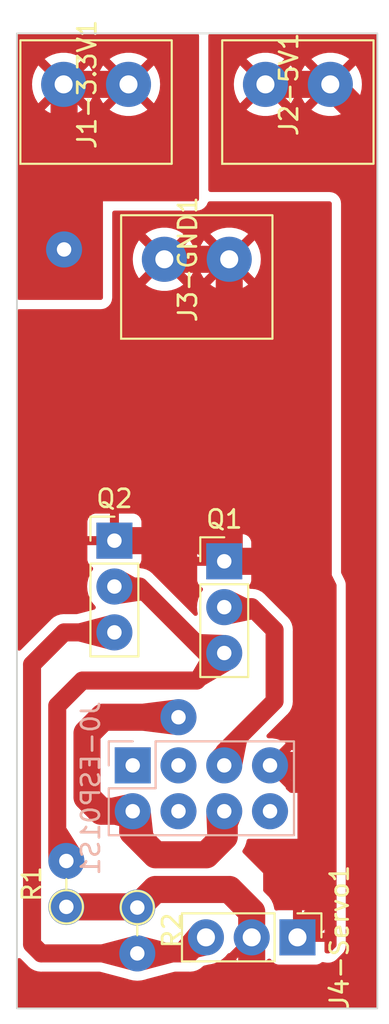
<source format=kicad_pcb>
(kicad_pcb (version 20221018) (generator pcbnew)
  (layers (0 "F.Cu" signal) (31 "B.Cu" signal) (34 "B.Paste" user) (35 "F.Paste" user) (36 "B.SilkS" user "B.Silkscreen") (37 "F.SilkS" user "F.Silkscreen") (38 "B.Mask" user) (39 "F.Mask" user) (44 "Edge.Cuts" user))
  (net 0 "")
  (net 1 "GND")
  (net 3 "D4-Servo")
  (net 6 "/ServoControl")
  (net 7 "3.3V")
  (net 8 "/LevelConverter_0")
  (net 10 "5V")
  (footprint "RustyRailways_Lib:01x02_TerminalBlock" (layer "F.Cu") (at 109.982 109.51 90)
    (fp_text reference "J3-GND1" (at 0 -0.5 90 unlocked) (layer "F.SilkS"))
    (fp_text value "Conn_01x02")
    (fp_rect (start -4.4 -4.2) (end 2.44 4.2) (stroke (width 0.12)) (fill none) (layer "F.SilkS"))
    (pad "1" thru_hole circle (at 0 -1.8 90) (size 2.5 2.5) (drill 1) (layers "*.Cu" "*.Mask") (net 1 "GND"))
    (pad "2" thru_hole circle (at 0 1.8 90) (size 2.5 2.5) (drill 1) (layers "*.Cu" "*.Mask") (net 1 "GND"))
  )
  (footprint "RustyRailways_Lib:01x02_TerminalBlock" (layer "F.Cu") (at 104.392 99.822 90)
    (fp_text reference "J1-3.3V1" (at 0 -0.5 90 unlocked) (layer "F.SilkS"))
    (fp_text value "Conn_01x02")
    (fp_rect (start -4.4 -4.2) (end 2.44 4.2) (stroke (width 0.12)) (fill none) (layer "F.SilkS"))
    (pad "1" thru_hole circle (at 0 -1.8 90) (size 2.5 2.5) (drill 1) (layers "*.Cu" "*.Mask") (net 7 "3.3V"))
    (pad "2" thru_hole circle (at 0 1.8 90) (size 2.5 2.5) (drill 1) (layers "*.Cu" "*.Mask") (net 7 "3.3V"))
  )
  (footprint "Connector_PinHeader_2.54mm:PinHeader_1x03_P2.54mm_Vertical" (layer "F.Cu") (at 115.57 147.066 -90)
    (fp_text reference "J4-Servo1" (at 0 -2.33 90) (layer "F.SilkS"))
    (fp_text value "Conn_01x03")
    (fp_line (start -1.33 -1.33) (end 0 -1.33) (stroke (width 0.12)) (layer "F.SilkS"))
    (fp_line (start -1.33 0) (end -1.33 -1.33) (stroke (width 0.12)) (layer "F.SilkS"))
    (fp_line (start -1.33 1.27) (end -1.33 6.41) (stroke (width 0.12)) (layer "F.SilkS"))
    (fp_line (start -1.33 1.27) (end 1.33 1.27) (stroke (width 0.12)) (layer "F.SilkS"))
    (fp_line (start -1.33 6.41) (end 1.33 6.41) (stroke (width 0.12)) (layer "F.SilkS"))
    (fp_line (start 1.33 1.27) (end 1.33 6.41) (stroke (width 0.12)) (layer "F.SilkS"))
    (pad "1" thru_hole rect (at 0 0 270) (size 2 2) (drill 1) (layers "*.Cu" "*.Mask") (net 1 "GND"))
    (pad "2" thru_hole circle (at 0 2.54 270) (size 2 2) (drill 1) (layers "*.Cu" "*.Mask") (net 10 "5V"))
    (pad "3" thru_hole circle (at 0 5.08 270) (size 2 2) (drill 1) (layers "*.Cu" "*.Mask") (net 6 "/ServoControl"))
  )
  (footprint "Connector_PinHeader_2.54mm:PinHeader_1x03_P2.54mm_Vertical" (layer "F.Cu") (at 105.41 125.095)
    (fp_text reference "Q2" (at 0 -2.33) (layer "F.SilkS"))
    (fp_text value "Q_NMOS_SGD")
    (fp_line (start -1.33 -1.33) (end 0 -1.33) (stroke (width 0.12)) (layer "F.SilkS"))
    (fp_line (start -1.33 0) (end -1.33 -1.33) (stroke (width 0.12)) (layer "F.SilkS"))
    (fp_line (start -1.33 1.27) (end -1.33 6.41) (stroke (width 0.12)) (layer "F.SilkS"))
    (fp_line (start -1.33 1.27) (end 1.33 1.27) (stroke (width 0.12)) (layer "F.SilkS"))
    (fp_line (start -1.33 6.41) (end 1.33 6.41) (stroke (width 0.12)) (layer "F.SilkS"))
    (fp_line (start 1.33 1.27) (end 1.33 6.41) (stroke (width 0.12)) (layer "F.SilkS"))
    (pad "1" thru_hole rect (at 0 0) (size 2 2) (drill 0.8) (layers "*.Cu" "*.Mask") (net 1 "GND"))
    (pad "2" thru_hole circle (at 0 2.54) (size 2 2) (drill 0.8) (layers "*.Cu" "*.Mask") (net 8 "/LevelConverter_0"))
    (pad "3" thru_hole circle (at 0 5.08) (size 2 2) (drill 0.8) (layers "*.Cu" "*.Mask") (net 6 "/ServoControl"))
  )
  (footprint "Resistor_THT:R_Axial_DIN0204_L3.6mm_D1.6mm_P2.54mm_Vertical" (layer "F.Cu") (at 106.68 145.415 -90)
    (fp_text reference "R2" (at 1.27 -1.92 90) (layer "F.SilkS"))
    (fp_text value "10k")
    (fp_line (start 0.92 0) (end 1.54 0) (stroke (width 0.12)) (layer "F.SilkS"))
    (fp_circle (center 0 0) (end 0.92 0) (stroke (width 0.12)) (fill none) (layer "F.SilkS"))
    (pad "1" thru_hole circle (at 0 0 270) (size 2 2) (drill 0.8) (layers "*.Cu" "*.Mask") (net 10 "5V"))
    (pad "2" thru_hole circle (at 2.54 0 270) (size 2 2) (drill 0.8) (layers "*.Cu" "*.Mask") (net 6 "/ServoControl"))
  )
  (footprint "Resistor_THT:R_Axial_DIN0204_L3.6mm_D1.6mm_P2.54mm_Vertical" (layer "F.Cu") (at 102.743 145.3775 90)
    (fp_text reference "R1" (at 1.27 -1.92 90) (layer "F.SilkS"))
    (fp_text value "10k")
    (fp_line (start 0.92 0) (end 1.54 0) (stroke (width 0.12)) (layer "F.SilkS"))
    (fp_circle (center 0 0) (end 0.92 0) (stroke (width 0.12)) (fill none) (layer "F.SilkS"))
    (pad "1" thru_hole circle (at 0 0 90) (size 2 2) (drill 0.8) (layers "*.Cu" "*.Mask") (net 10 "5V"))
    (pad "2" thru_hole circle (at 2.54 0 90) (size 2 2) (drill 0.8) (layers "*.Cu" "*.Mask") (net 8 "/LevelConverter_0"))
  )
  (footprint "Connector_PinHeader_2.54mm:PinHeader_1x03_P2.54mm_Vertical" (layer "F.Cu") (at 111.506 126.238)
    (fp_text reference "Q1" (at 0 -2.33) (layer "F.SilkS"))
    (fp_text value "Q_NMOS_SGD")
    (fp_line (start -1.33 -1.33) (end 0 -1.33) (stroke (width 0.12)) (layer "F.SilkS"))
    (fp_line (start -1.33 0) (end -1.33 -1.33) (stroke (width 0.12)) (layer "F.SilkS"))
    (fp_line (start -1.33 1.27) (end -1.33 6.41) (stroke (width 0.12)) (layer "F.SilkS"))
    (fp_line (start -1.33 1.27) (end 1.33 1.27) (stroke (width 0.12)) (layer "F.SilkS"))
    (fp_line (start -1.33 6.41) (end 1.33 6.41) (stroke (width 0.12)) (layer "F.SilkS"))
    (fp_line (start 1.33 1.27) (end 1.33 6.41) (stroke (width 0.12)) (layer "F.SilkS"))
    (pad "1" thru_hole rect (at 0 0) (size 2 2) (drill 0.8) (layers "*.Cu" "*.Mask") (net 1 "GND"))
    (pad "2" thru_hole circle (at 0 2.54) (size 2 2) (drill 0.8) (layers "*.Cu" "*.Mask") (net 3 "D4-Servo"))
    (pad "3" thru_hole circle (at 0 5.08) (size 2 2) (drill 0.8) (layers "*.Cu" "*.Mask") (net 8 "/LevelConverter_0"))
  )
  (footprint "RustyRailways_Lib:01x02_TerminalBlock" (layer "F.Cu") (at 115.592 99.822 90)
    (fp_text reference "J2-5V1" (at 0 -0.5 90 unlocked) (layer "F.SilkS"))
    (fp_text value "Conn_01x02")
    (fp_rect (start -4.4 -4.2) (end 2.44 4.2) (stroke (width 0.12)) (fill none) (layer "F.SilkS"))
    (pad "1" thru_hole circle (at 0 -1.8 90) (size 2.5 2.5) (drill 1) (layers "*.Cu" "*.Mask") (net 10 "5V"))
    (pad "2" thru_hole circle (at 0 1.8 90) (size 2.5 2.5) (drill 1) (layers "*.Cu" "*.Mask") (net 10 "5V"))
  )
  (footprint "RustyRailways_Lib:ESP01" (layer "B.Cu") (at 106.426 137.541 -90)
    (fp_text reference "J0-ESP01S1" (at 1.27 2.33 90) (layer "B.SilkS") (effects (justify mirror)))
    (fp_text value "Conn_02x04_Odd_Even")
    (fp_line (start -1.33 -8.95) (end 3.87 -8.95) (stroke (width 0.12)) (layer "B.SilkS"))
    (fp_line (start -1.33 -1.27) (end -1.33 -8.95) (stroke (width 0.12)) (layer "B.SilkS"))
    (fp_line (start -1.33 -1.27) (end 1.27 -1.27) (stroke (width 0.12)) (layer "B.SilkS"))
    (fp_line (start -1.33 0) (end -1.33 1.33) (stroke (width 0.12)) (layer "B.SilkS"))
    (fp_line (start -1.33 1.33) (end 0 1.33) (stroke (width 0.12)) (layer "B.SilkS"))
    (fp_line (start 1.27 -1.27) (end 1.27 1.33) (stroke (width 0.12)) (layer "B.SilkS"))
    (fp_line (start 1.27 1.33) (end 3.87 1.33) (stroke (width 0.12)) (layer "B.SilkS"))
    (fp_line (start 3.87 1.33) (end 3.87 -8.95) (stroke (width 0.12)) (layer "B.SilkS"))
    (pad "1" thru_hole rect (at 0 0 270) (size 2 2) (drill 0.8) (layers "*.Cu" "*.Mask"))
    (pad "2" thru_hole circle (at 2.54 0 270) (size 2 2) (drill 0.8) (layers "*.Cu" "*.Mask") (net 7 "3.3V"))
    (pad "3" thru_hole circle (at 0 -2.54 270) (size 2 2) (drill 0.8) (layers "*.Cu" "*.Mask"))
    (pad "4" thru_hole circle (at 2.54 -2.54 270) (size 2 2) (drill 0.8) (layers "*.Cu" "*.Mask"))
    (pad "5" thru_hole circle (at 0 -5.08 270) (size 2 2) (drill 0.8) (layers "*.Cu" "*.Mask") (net 3 "D4-Servo"))
    (pad "6" thru_hole circle (at 2.54 -5.08 270) (size 2 2) (drill 0.8) (layers "*.Cu" "*.Mask") (net 7 "3.3V"))
    (pad "7" thru_hole circle (at 0 -7.62 270) (size 2 2) (drill 0.8) (layers "*.Cu" "*.Mask") (net 1 "GND"))
    (pad "8" thru_hole circle (at 2.54 -7.62 270) (size 2 2) (drill 0.8) (layers "*.Cu" "*.Mask"))
  )
  (gr_rect locked (start 100 97) (end 120 151) (stroke (width 0.1)) (fill none) (layer "Edge.Cuts"))
  (segment (start 115.57 147.066) (end 116.713 145.923) (width 1.5) (layer "F.Cu") (net 1))
  (segment (start 111.506 126.238) (end 114.006 126.238) (width 1.5) (layer "F.Cu") (net 1))
  (segment (start 111.8 125.944) (end 111.506 126.238) (width 1.5) (layer "F.Cu") (net 1))
  (segment (start 114.006 126.238) (end 116.713 128.945) (width 1.5) (layer "F.Cu") (net 1))
  (segment (start 116.713 128.945) (end 116.713 138.793787) (width 1.5) (layer "F.Cu") (net 1))
  (segment (start 110.363 125.095) (end 111.506 126.238) (width 1.5) (layer "F.Cu") (net 1))
  (segment (start 115.460213 137.541) (end 114.046 137.541) (width 1.5) (layer "F.Cu") (net 1))
  (segment (start 111.782 109.51) (end 111.782 125.962) (width 1.5) (layer "F.Cu") (net 1))
  (segment (start 116.713 145.923) (end 116.713 138.793787) (width 1.5) (layer "F.Cu") (net 1))
  (segment (start 105.41 125.095) (end 110.363 125.095) (width 1.5) (layer "F.Cu") (net 1))
  (segment (start 108.182 109.51) (end 111.782 109.51) (width 1.5) (layer "F.Cu") (net 1))
  (segment (start 116.713 138.793787) (end 115.460213 137.541) (width 1.5) (layer "F.Cu") (net 1))
  (segment (start 111.782 125.962) (end 111.506 126.238) (width 1.5) (layer "F.Cu") (net 1))
  (segment (start 113.031 128.778) (end 114.3 130.047) (width 1) (layer "F.Cu") (net 3))
  (segment (start 114.3 133.985) (end 111.506 136.779) (width 1) (layer "F.Cu") (net 3))
  (segment (start 114.3 130.047) (end 114.3 133.985) (width 1) (layer "F.Cu") (net 3))
  (segment (start 111.506 128.778) (end 113.031 128.778) (width 1) (layer "F.Cu") (net 3))
  (segment (start 111.506 136.779) (end 111.506 137.541) (width 1) (layer "F.Cu") (net 3))
  (segment (start 106.68 147.955) (end 101.346 147.955) (width 1) (layer "F.Cu") (net 6))
  (segment (start 101.346 147.955) (end 100.838 147.447) (width 1) (layer "F.Cu") (net 6))
  (segment (start 102.616 130.175) (end 105.41 130.175) (width 1) (layer "F.Cu") (net 6))
  (segment (start 100.838 131.953) (end 102.616 130.175) (width 1) (layer "F.Cu") (net 6))
  (segment (start 106.68 147.955) (end 109.601 147.955) (width 1) (layer "F.Cu") (net 6))
  (segment (start 100.838 147.447) (end 100.838 131.953) (width 1) (layer "F.Cu") (net 6))
  (segment (start 109.601 147.955) (end 110.49 147.066) (width 1) (layer "F.Cu") (net 6))
  (segment (start 104.775 134.874) (end 108.966 134.874) (width 1.5) (layer "F.Cu") (net 7))
  (segment (start 102.616 108.966) (end 102.616 99.846) (width 1.5) (layer "F.Cu") (net 7))
  (segment (start 102.592 108.942) (end 102.616 108.966) (width 1.5) (layer "F.Cu") (net 7))
  (segment (start 103.888 139.303) (end 104.666 140.081) (width 1.5) (layer "F.Cu") (net 7))
  (segment (start 103.888 135.761) (end 103.888 139.303) (width 1.5) (layer "F.Cu") (net 7))
  (segment (start 104.775 134.874) (end 103.888 135.761) (width 1.5) (layer "F.Cu") (net 7))
  (segment (start 111.506 141.495213) (end 110.507213 142.494) (width 1.5) (layer "F.Cu") (net 7))
  (segment (start 111.506 140.081) (end 111.506 141.495213) (width 1.5) (layer "F.Cu") (net 7))
  (segment (start 107.696 142.494) (end 106.426 141.224) (width 1.5) (layer "F.Cu") (net 7))
  (segment (start 102.592 99.822) (end 106.192 99.822) (width 1.5) (layer "F.Cu") (net 7))
  (segment (start 102.616 99.846) (end 102.592 99.822) (width 1.5) (layer "F.Cu") (net 7))
  (segment (start 106.426 141.224) (end 106.426 140.081) (width 1.5) (layer "F.Cu") (net 7))
  (segment (start 110.507213 142.494) (end 107.696 142.494) (width 1.5) (layer "F.Cu") (net 7))
  (segment (start 104.666 140.081) (end 106.426 140.081) (width 1.5) (layer "F.Cu") (net 7))
  (via (at 102.616 108.966) (size 2) (drill 0.8) (layers "F.Cu" "B.Cu") (net 7))
  (via (at 108.966 134.874) (size 2) (drill 0.8) (layers "F.Cu" "B.Cu") (net 7))
  (segment (start 103.632 132.842) (end 109.982 132.842) (width 1) (layer "F.Cu") (net 8))
  (segment (start 102.238 134.236) (end 103.632 132.842) (width 1) (layer "F.Cu") (net 8))
  (segment (start 109.982 132.842) (end 111.506 131.318) (width 1) (layer "F.Cu") (net 8))
  (segment (start 105.41 127.635) (end 106.807 127.635) (width 1) (layer "F.Cu") (net 8))
  (segment (start 106.807 127.635) (end 110.49 131.318) (width 1) (layer "F.Cu") (net 8))
  (segment (start 110.49 131.318) (end 111.506 131.318) (width 1) (layer "F.Cu") (net 8))
  (segment (start 102.743 142.8375) (end 102.238 142.3325) (width 1) (layer "F.Cu") (net 8))
  (segment (start 102.238 142.3325) (end 102.238 134.236) (width 1) (layer "F.Cu") (net 8))
  (segment (start 117.392 99.822) (end 113.792 99.822) (width 1.5) (layer "F.Cu") (net 10))
  (segment (start 113.03 148.826) (end 113.683 149.479) (width 1.5) (layer "F.Cu") (net 10))
  (segment (start 117.602 149.479) (end 118.999 148.082) (width 1.5) (layer "F.Cu") (net 10))
  (segment (start 106.68 145.415) (end 107.68 144.415) (width 1.5) (layer "F.Cu") (net 10))
  (segment (start 111.793213 144.415) (end 113.03 145.651787) (width 1.5) (layer "F.Cu") (net 10))
  (segment (start 113.683 149.479) (end 117.602 149.479) (width 1.5) (layer "F.Cu") (net 10))
  (segment (start 113.03 147.066) (end 113.03 148.826) (width 1.5) (layer "F.Cu") (net 10))
  (segment (start 106.6425 145.3775) (end 106.68 145.415) (width 1.5) (layer "F.Cu") (net 10))
  (segment (start 118.999 101.429) (end 117.392 99.822) (width 1.5) (layer "F.Cu") (net 10))
  (segment (start 102.743 145.3775) (end 106.6425 145.3775) (width 1.5) (layer "F.Cu") (net 10))
  (segment (start 118.999 148.082) (end 118.999 101.429) (width 1.5) (layer "F.Cu") (net 10))
  (segment (start 113.03 145.651787) (end 113.03 147.066) (width 1.5) (layer "F.Cu") (net 10))
  (segment (start 107.68 144.415) (end 111.793213 144.415) (width 1.5) (layer "F.Cu") (net 10))
  (zone (net 0) (net_name "") (layer "F.Cu") (name "RemoveAdditionalCopper1") (connect_pads (clearance 0)) (min_thickness 0.25)
    (keepout (tracks allowed) (vias allowed) (pads allowed) (copperpour not_allowed) (footprints allowed))
    (fill (thermal_gap 0.5) (thermal_bridge_width 0.5))
    (polygon (pts (xy 102.87 147.32) (xy 102.87 142.24) (xy 106.68 142.24) (xy 107.315 143.51) (xy 113.03 143.51) (xy 113.426 145.415) (xy 108.585 147.32)))
  )
  (zone (net 10) (net_name "5V") (layer "F.Cu") (connect_pads (clearance 0.508)) (min_thickness 0.25) (fill yes (thermal_gap 0.5) (thermal_bridge_width 0.5))
    (polygon (pts (xy 110.109 95.504) (xy 120.65 95.504) (xy 120.65 151.892) (xy 99.06 151.892) (xy 99.06 142.24) (xy 117.475 142.24) (xy 117.475 106.299) (xy 110.109 106.299)))
  )
  (zone (net 7) (net_name "3.3V") (layer "F.Cu") (priority 2) (connect_pads (clearance 0.508)) (min_thickness 0.25) (fill yes (thermal_gap 0.5) (thermal_bridge_width 0.5))
    (polygon (pts (xy 99.06 111.76) (xy 104.775 111.76) (xy 104.775 106.299) (xy 110.109 106.299) (xy 110.109 95.504) (xy 99.06 95.504)))
  )
  (zone (net 1) (net_name "GND") (layer "F.Cu") (priority 1) (connect_pads (clearance 0.508)) (min_thickness 0.25) (fill yes (thermal_gap 0.5) (thermal_bridge_width 0.5))
    (polygon (pts (xy 104.775 106.299) (xy 117.475 106.299) (xy 117.475 127) (xy 118.11 128.27) (xy 118.11 147.955) (xy 113.665 147.955) (xy 113.665 143.51) (xy 112.395 142.24) (xy 99.06 142.24) (xy 99.06 111.76) (xy 104.775 111.76)))
  )
  (zone (net 0) (net_name "") (layer "F.Cu") (name "RemoveAdditional Copper") (connect_pads (clearance 0)) (min_thickness 0.25)
    (keepout (tracks allowed) (vias allowed) (pads allowed) (copperpour not_allowed) (footprints allowed))
    (fill (thermal_gap 0.5) (thermal_bridge_width 0.5))
    (polygon (pts (xy 105.41 137.16) (xy 114.3 137.16) (xy 114.3 139.065) (xy 115.57 139.065) (xy 115.57 141.605) (xy 105.41 141.605)))
  )
)
</source>
